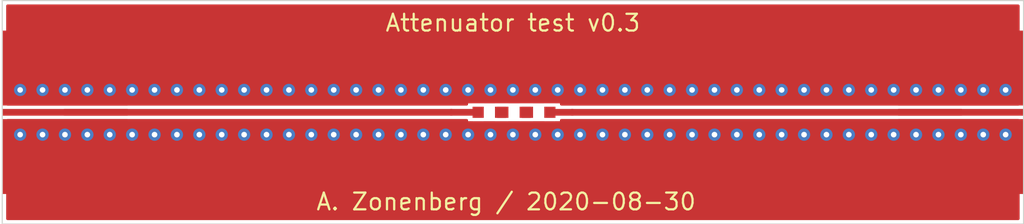
<source format=kicad_pcb>
(kicad_pcb (version 20171130) (host pcbnew "(5.1.4)")

  (general
    (thickness 1.6)
    (drawings 6)
    (tracks 186)
    (zones 0)
    (modules 5)
    (nets 6)
  )

  (page A4)
  (layers
    (0 F.Cu jumper)
    (1 In1.Cu signal)
    (2 In2.Cu signal)
    (31 B.Cu signal)
    (32 B.Adhes user)
    (33 F.Adhes user)
    (34 B.Paste user)
    (35 F.Paste user)
    (36 B.SilkS user)
    (37 F.SilkS user)
    (38 B.Mask user)
    (39 F.Mask user)
    (40 Dwgs.User user)
    (41 Cmts.User user)
    (42 Eco1.User user)
    (43 Eco2.User user)
    (44 Edge.Cuts user)
    (45 Margin user)
    (46 B.CrtYd user)
    (47 F.CrtYd user)
    (48 B.Fab user)
    (49 F.Fab user)
  )

  (setup
    (last_trace_width 0.3)
    (user_trace_width 0.3)
    (trace_clearance 0.15)
    (zone_clearance 0.15)
    (zone_45_only no)
    (trace_min 0.125)
    (via_size 0.55)
    (via_drill 0.25)
    (via_min_size 0.55)
    (via_min_drill 0.25)
    (user_via 0.55 0.25)
    (uvia_size 0.3)
    (uvia_drill 0.1)
    (uvias_allowed no)
    (uvia_min_size 0.2)
    (uvia_min_drill 0.1)
    (edge_width 0.05)
    (segment_width 0.2)
    (pcb_text_width 0.3)
    (pcb_text_size 1.5 1.5)
    (mod_edge_width 0.12)
    (mod_text_size 1 1)
    (mod_text_width 0.15)
    (pad_size 1.524 1.524)
    (pad_drill 0.762)
    (pad_to_mask_clearance 0.05)
    (solder_mask_min_width 0.05)
    (pad_to_paste_clearance_ratio -0.05)
    (aux_axis_origin 0 0)
    (visible_elements FFFFFF7F)
    (pcbplotparams
      (layerselection 0x010e8_ffffffff)
      (usegerberextensions false)
      (usegerberattributes false)
      (usegerberadvancedattributes false)
      (creategerberjobfile false)
      (excludeedgelayer true)
      (linewidth 0.100000)
      (plotframeref false)
      (viasonmask false)
      (mode 1)
      (useauxorigin false)
      (hpglpennumber 1)
      (hpglpenspeed 20)
      (hpglpendiameter 15.000000)
      (psnegative false)
      (psa4output false)
      (plotreference true)
      (plotvalue true)
      (plotinvisibletext false)
      (padsonsilk false)
      (subtractmaskfromsilk false)
      (outputformat 1)
      (mirror false)
      (drillshape 0)
      (scaleselection 1)
      (outputdirectory "output/"))
  )

  (net 0 "")
  (net 1 /GND)
  (net 2 /SIGNAL)
  (net 3 "Net-(J2-Pad1)")
  (net 4 "Net-(R4-Pad1)")
  (net 5 "Net-(R5-Pad1)")

  (net_class Default "This is the default net class."
    (clearance 0.15)
    (trace_width 0.3)
    (via_dia 0.55)
    (via_drill 0.25)
    (uvia_dia 0.3)
    (uvia_drill 0.1)
    (add_net /GND)
    (add_net /SIGNAL)
    (add_net "Net-(J2-Pad1)")
    (add_net "Net-(R4-Pad1)")
    (add_net "Net-(R5-Pad1)")
  )

  (module azonenberg_pcb:EIA_0402_RES_NOSILK_FLIPCHIP (layer F.Cu) (tedit 5F4B5CE7) (tstamp 5F2053EF)
    (at 131.15 80 180)
    (path /5F206D7B)
    (solder_paste_margin -0.06)
    (fp_text reference R6 (at 0 1.5) (layer F.SilkS) hide
      (effects (font (size 1 1) (thickness 0.15)))
    )
    (fp_text value 200 (at 0 3.5) (layer F.SilkS) hide
      (effects (font (size 1 1) (thickness 0.15)))
    )
    (pad 2 smd rect (at 0.5 0 180) (size 0.5 0.5) (layers F.Cu F.Paste F.Mask)
      (net 5 "Net-(R5-Pad1)"))
    (pad 1 smd rect (at -0.5 0 180) (size 0.5 0.5) (layers F.Cu F.Paste F.Mask)
      (net 3 "Net-(J2-Pad1)"))
    (model /nfs4/home/azonenberg/kicad-libs/3rdparty/walter/smd_resistors/r_0402.wrl
      (at (xyz 0 0 0))
      (scale (xyz 1 1 1))
      (rotate (xyz 0 0 0))
    )
  )

  (module azonenberg_pcb:EIA_0402_RES_NOSILK_FLIPCHIP (layer F.Cu) (tedit 5F4B5CE7) (tstamp 5F2053E9)
    (at 130.05 80 180)
    (path /5F20697E)
    (solder_paste_margin -0.06)
    (fp_text reference R5 (at 0 1.5) (layer F.SilkS) hide
      (effects (font (size 1 1) (thickness 0.15)))
    )
    (fp_text value 200 (at 0 3.5) (layer F.SilkS) hide
      (effects (font (size 1 1) (thickness 0.15)))
    )
    (pad 2 smd rect (at 0.5 0 180) (size 0.5 0.5) (layers F.Cu F.Paste F.Mask)
      (net 4 "Net-(R4-Pad1)"))
    (pad 1 smd rect (at -0.5 0 180) (size 0.5 0.5) (layers F.Cu F.Paste F.Mask)
      (net 5 "Net-(R5-Pad1)"))
    (model /nfs4/home/azonenberg/kicad-libs/3rdparty/walter/smd_resistors/r_0402.wrl
      (at (xyz 0 0 0))
      (scale (xyz 1 1 1))
      (rotate (xyz 0 0 0))
    )
  )

  (module azonenberg_pcb:EIA_0402_RES_NOSILK_FLIPCHIP (layer F.Cu) (tedit 5F4B5CE7) (tstamp 5F2053E3)
    (at 128.95 80 180)
    (path /5F2061D8)
    (solder_paste_margin -0.06)
    (fp_text reference R4 (at 0 1.5) (layer F.SilkS) hide
      (effects (font (size 1 1) (thickness 0.15)))
    )
    (fp_text value 50 (at 0 3.5) (layer F.SilkS) hide
      (effects (font (size 1 1) (thickness 0.15)))
    )
    (pad 2 smd rect (at 0.5 0 180) (size 0.5 0.5) (layers F.Cu F.Paste F.Mask)
      (net 2 /SIGNAL))
    (pad 1 smd rect (at -0.5 0 180) (size 0.5 0.5) (layers F.Cu F.Paste F.Mask)
      (net 4 "Net-(R4-Pad1)"))
    (model /nfs4/home/azonenberg/kicad-libs/3rdparty/walter/smd_resistors/r_0402.wrl
      (at (xyz 0 0 0))
      (scale (xyz 1 1 1))
      (rotate (xyz 0 0 0))
    )
  )

  (module azonenberg_pcb:CONN_SMA_EDGE_AMPHENOL_901_10511_3 (layer F.Cu) (tedit 5EC13C71) (tstamp 5EAC30EC)
    (at 150 80 180)
    (path /5EAC10CB)
    (fp_text reference J2 (at 0 6.1) (layer F.SilkS) hide
      (effects (font (size 1 1) (thickness 0.15)))
    )
    (fp_text value Conn_Coaxial (at 0 7.5) (layer F.Fab) hide
      (effects (font (size 1 1) (thickness 0.15)))
    )
    (fp_line (start -2.8 -3.65) (end -2.8 3.65) (layer Dwgs.User) (width 0.05))
    (pad ~ smd rect (at -2.05 0 180) (size 1.5 0.3) (layers F.Paste))
    (pad 2 smd rect (at 0 1.98 180) (size 5.6 3.35) (layers F.Cu F.Paste F.Mask)
      (net 1 /GND))
    (pad 2 smd rect (at 0 -1.98 180) (size 5.6 3.35) (layers F.Cu F.Paste F.Mask)
      (net 1 /GND))
    (pad 1 smd rect (at 0 0 180) (size 5.6 0.3) (layers F.Cu F.Mask)
      (net 3 "Net-(J2-Pad1)"))
    (model :datasheets:Amphenol/SMA/901-10511-3.step
      (offset (xyz -12 0 0))
      (scale (xyz 1 1 1))
      (rotate (xyz 90 0 0))
    )
  )

  (module azonenberg_pcb:CONN_SMA_EDGE_AMPHENOL_901_10511_3 (layer F.Cu) (tedit 5EC13C71) (tstamp 5EAC30E3)
    (at 110 80)
    (path /5EAC16CE)
    (fp_text reference J1 (at 0 6.1) (layer F.SilkS) hide
      (effects (font (size 1 1) (thickness 0.15)))
    )
    (fp_text value Conn_Coaxial (at 0 7.5) (layer F.Fab) hide
      (effects (font (size 1 1) (thickness 0.15)))
    )
    (fp_line (start -2.8 -3.65) (end -2.8 3.65) (layer Dwgs.User) (width 0.05))
    (pad ~ smd rect (at -2.05 0) (size 1.5 0.3) (layers F.Paste))
    (pad 2 smd rect (at 0 1.98) (size 5.6 3.35) (layers F.Cu F.Paste F.Mask)
      (net 1 /GND))
    (pad 2 smd rect (at 0 -1.98) (size 5.6 3.35) (layers F.Cu F.Paste F.Mask)
      (net 1 /GND))
    (pad 1 smd rect (at 0 0) (size 5.6 0.3) (layers F.Cu F.Mask)
      (net 2 /SIGNAL))
    (model :datasheets:Amphenol/SMA/901-10511-3.step
      (offset (xyz -12 0 0))
      (scale (xyz 1 1 1))
      (rotate (xyz 90 0 0))
    )
  )

  (gr_text "A. Zonenberg / 2020-08-30" (at 129.7 84) (layer F.SilkS) (tstamp 5F38E660)
    (effects (font (size 0.75 0.75) (thickness 0.1)))
  )
  (gr_text "Attenuator test v0.3" (at 130 76) (layer F.SilkS)
    (effects (font (size 0.75 0.75) (thickness 0.1)))
  )
  (gr_line (start 152.8 75) (end 107.2 75) (layer Edge.Cuts) (width 0.05) (tstamp 5EAC340D))
  (gr_line (start 152.8 85) (end 152.8 75) (layer Edge.Cuts) (width 0.05))
  (gr_line (start 107.2 85) (end 152.8 85) (layer Edge.Cuts) (width 0.05))
  (gr_line (start 107.2 75) (end 107.2 85) (layer Edge.Cuts) (width 0.05))

  (via (at 114 79) (size 0.55) (drill 0.25) (layers F.Cu B.Cu) (net 1))
  (segment (start 114 79) (end 115 79) (width 0.41) (layer In1.Cu) (net 1))
  (via (at 116 79) (size 0.55) (drill 0.25) (layers F.Cu B.Cu) (net 1))
  (segment (start 115 79) (end 116 79) (width 0.41) (layer In1.Cu) (net 1))
  (segment (start 116 79) (end 115 79) (width 0.41) (layer F.Cu) (net 1))
  (via (at 115 79) (size 0.55) (drill 0.25) (layers F.Cu B.Cu) (net 1))
  (via (at 117 79) (size 0.55) (drill 0.25) (layers F.Cu B.Cu) (net 1))
  (segment (start 116 79) (end 117 79) (width 0.41) (layer F.Cu) (net 1))
  (via (at 118 79) (size 0.55) (drill 0.25) (layers F.Cu B.Cu) (net 1))
  (segment (start 117 79) (end 118 79) (width 0.41) (layer In1.Cu) (net 1))
  (via (at 119 79) (size 0.55) (drill 0.25) (layers F.Cu B.Cu) (net 1))
  (segment (start 118 79) (end 119 79) (width 0.41) (layer F.Cu) (net 1))
  (via (at 120 79) (size 0.55) (drill 0.25) (layers F.Cu B.Cu) (net 1))
  (segment (start 119 79) (end 120 79) (width 0.41) (layer In1.Cu) (net 1))
  (via (at 121 79) (size 0.55) (drill 0.25) (layers F.Cu B.Cu) (net 1))
  (segment (start 120 79) (end 121 79) (width 0.41) (layer F.Cu) (net 1))
  (via (at 122 79) (size 0.55) (drill 0.25) (layers F.Cu B.Cu) (net 1))
  (segment (start 121 79) (end 122 79) (width 0.41) (layer In1.Cu) (net 1))
  (via (at 123 79) (size 0.55) (drill 0.25) (layers F.Cu B.Cu) (net 1))
  (segment (start 122 79) (end 123 79) (width 0.41) (layer F.Cu) (net 1))
  (via (at 124 79) (size 0.55) (drill 0.25) (layers F.Cu B.Cu) (net 1))
  (segment (start 123 79) (end 124 79) (width 0.41) (layer In1.Cu) (net 1))
  (via (at 114 81) (size 0.55) (drill 0.25) (layers F.Cu B.Cu) (net 1))
  (via (at 125 79) (size 0.55) (drill 0.25) (layers F.Cu B.Cu) (net 1))
  (segment (start 124 79) (end 125 79) (width 0.41) (layer F.Cu) (net 1))
  (via (at 126 79) (size 0.55) (drill 0.25) (layers F.Cu B.Cu) (net 1))
  (segment (start 125 79) (end 126 79) (width 0.41) (layer In1.Cu) (net 1))
  (via (at 127 79) (size 0.55) (drill 0.25) (layers F.Cu B.Cu) (net 1))
  (segment (start 126 79) (end 127 79) (width 0.41) (layer F.Cu) (net 1))
  (via (at 128 79) (size 0.55) (drill 0.25) (layers F.Cu B.Cu) (net 1))
  (segment (start 127 79) (end 128 79) (width 0.41) (layer In1.Cu) (net 1))
  (via (at 129 79) (size 0.55) (drill 0.25) (layers F.Cu B.Cu) (net 1))
  (segment (start 128 79) (end 129 79) (width 0.41) (layer F.Cu) (net 1))
  (via (at 130 79) (size 0.55) (drill 0.25) (layers F.Cu B.Cu) (net 1))
  (segment (start 129 79) (end 130 79) (width 0.41) (layer In1.Cu) (net 1))
  (via (at 131 79) (size 0.55) (drill 0.25) (layers F.Cu B.Cu) (net 1))
  (segment (start 130 79) (end 131 79) (width 0.41) (layer F.Cu) (net 1))
  (via (at 132 79) (size 0.55) (drill 0.25) (layers F.Cu B.Cu) (net 1))
  (segment (start 131 79) (end 132 79) (width 0.41) (layer In1.Cu) (net 1))
  (via (at 133 79) (size 0.55) (drill 0.25) (layers F.Cu B.Cu) (net 1))
  (segment (start 132 79) (end 133 79) (width 0.41) (layer F.Cu) (net 1))
  (via (at 134 79) (size 0.55) (drill 0.25) (layers F.Cu B.Cu) (net 1))
  (segment (start 133 79) (end 134 79) (width 0.41) (layer In1.Cu) (net 1))
  (via (at 135 79) (size 0.55) (drill 0.25) (layers F.Cu B.Cu) (net 1))
  (segment (start 134 79) (end 135 79) (width 0.41) (layer F.Cu) (net 1))
  (via (at 136 79) (size 0.55) (drill 0.25) (layers F.Cu B.Cu) (net 1))
  (segment (start 135 79) (end 136 79) (width 0.41) (layer In1.Cu) (net 1))
  (via (at 137 79) (size 0.55) (drill 0.25) (layers F.Cu B.Cu) (net 1))
  (segment (start 136 79) (end 137 79) (width 0.41) (layer F.Cu) (net 1))
  (via (at 138 79) (size 0.55) (drill 0.25) (layers F.Cu B.Cu) (net 1))
  (segment (start 137 79) (end 138 79) (width 0.41) (layer In1.Cu) (net 1))
  (via (at 139 79) (size 0.55) (drill 0.25) (layers F.Cu B.Cu) (net 1))
  (segment (start 138 79) (end 139 79) (width 0.41) (layer F.Cu) (net 1))
  (via (at 141 79) (size 0.55) (drill 0.25) (layers F.Cu B.Cu) (net 1))
  (via (at 140 79) (size 0.55) (drill 0.25) (layers F.Cu B.Cu) (net 1))
  (segment (start 141 79) (end 140 79) (width 0.41) (layer F.Cu) (net 1))
  (segment (start 139 79) (end 140 79) (width 0.41) (layer In1.Cu) (net 1))
  (segment (start 140 79) (end 141 79) (width 0.41) (layer In1.Cu) (net 1))
  (via (at 142 79) (size 0.55) (drill 0.25) (layers F.Cu B.Cu) (net 1))
  (segment (start 141 79) (end 142 79) (width 0.41) (layer F.Cu) (net 1))
  (via (at 143 79) (size 0.55) (drill 0.25) (layers F.Cu B.Cu) (net 1))
  (segment (start 142 79) (end 143 79) (width 0.41) (layer In1.Cu) (net 1))
  (via (at 144 79) (size 0.55) (drill 0.25) (layers F.Cu B.Cu) (net 1))
  (segment (start 143 79) (end 144 79) (width 0.41) (layer F.Cu) (net 1))
  (via (at 145 79) (size 0.55) (drill 0.25) (layers F.Cu B.Cu) (net 1))
  (segment (start 144 79) (end 145 79) (width 0.41) (layer In1.Cu) (net 1))
  (via (at 146 79) (size 0.55) (drill 0.25) (layers F.Cu B.Cu) (net 1))
  (segment (start 145 79) (end 146 79) (width 0.41) (layer F.Cu) (net 1))
  (segment (start 114 79) (end 114 81) (width 0.41) (layer In1.Cu) (net 1))
  (via (at 115 81) (size 0.55) (drill 0.25) (layers F.Cu B.Cu) (net 1))
  (segment (start 114 81) (end 115 81) (width 0.41) (layer In1.Cu) (net 1))
  (via (at 116 81) (size 0.55) (drill 0.25) (layers F.Cu B.Cu) (net 1))
  (segment (start 117 81) (end 116 81) (width 0.41) (layer F.Cu) (net 1))
  (segment (start 115 81) (end 116 81) (width 0.41) (layer F.Cu) (net 1))
  (via (at 117 81) (size 0.55) (drill 0.25) (layers F.Cu B.Cu) (net 1))
  (via (at 118 81) (size 0.55) (drill 0.25) (layers F.Cu B.Cu) (net 1))
  (segment (start 117 81) (end 118 81) (width 0.41) (layer F.Cu) (net 1))
  (via (at 119 81) (size 0.55) (drill 0.25) (layers F.Cu B.Cu) (net 1))
  (segment (start 118 81) (end 119 81) (width 0.41) (layer In1.Cu) (net 1))
  (via (at 120 81) (size 0.55) (drill 0.25) (layers F.Cu B.Cu) (net 1))
  (segment (start 119 81) (end 120 81) (width 0.41) (layer F.Cu) (net 1))
  (via (at 121 81) (size 0.55) (drill 0.25) (layers F.Cu B.Cu) (net 1))
  (segment (start 120 81) (end 121 81) (width 0.41) (layer In1.Cu) (net 1))
  (via (at 122 81) (size 0.55) (drill 0.25) (layers F.Cu B.Cu) (net 1))
  (segment (start 121 81) (end 122 81) (width 0.41) (layer F.Cu) (net 1))
  (via (at 123 81) (size 0.55) (drill 0.25) (layers F.Cu B.Cu) (net 1))
  (segment (start 122 81) (end 123 81) (width 0.41) (layer In1.Cu) (net 1))
  (via (at 124 81) (size 0.55) (drill 0.25) (layers F.Cu B.Cu) (net 1))
  (segment (start 123 81) (end 124 81) (width 0.41) (layer F.Cu) (net 1))
  (via (at 125 81) (size 0.55) (drill 0.25) (layers F.Cu B.Cu) (net 1))
  (segment (start 124 81) (end 125 81) (width 0.41) (layer In1.Cu) (net 1))
  (via (at 126 81) (size 0.55) (drill 0.25) (layers F.Cu B.Cu) (net 1))
  (segment (start 125 81) (end 126 81) (width 0.41) (layer F.Cu) (net 1))
  (via (at 127 81) (size 0.55) (drill 0.25) (layers F.Cu B.Cu) (net 1))
  (segment (start 126 81) (end 127 81) (width 0.41) (layer In1.Cu) (net 1))
  (via (at 128 81) (size 0.55) (drill 0.25) (layers F.Cu B.Cu) (net 1))
  (segment (start 127 81) (end 128 81) (width 0.41) (layer F.Cu) (net 1))
  (via (at 129 81) (size 0.55) (drill 0.25) (layers F.Cu B.Cu) (net 1))
  (segment (start 128 81) (end 129 81) (width 0.41) (layer In1.Cu) (net 1))
  (via (at 130 81) (size 0.55) (drill 0.25) (layers F.Cu B.Cu) (net 1))
  (segment (start 129 81) (end 130 81) (width 0.41) (layer F.Cu) (net 1))
  (via (at 131 81) (size 0.55) (drill 0.25) (layers F.Cu B.Cu) (net 1))
  (segment (start 130 81) (end 131 81) (width 0.41) (layer In1.Cu) (net 1))
  (via (at 132 81) (size 0.55) (drill 0.25) (layers F.Cu B.Cu) (net 1))
  (segment (start 131 81) (end 132 81) (width 0.41) (layer F.Cu) (net 1))
  (via (at 133 81) (size 0.55) (drill 0.25) (layers F.Cu B.Cu) (net 1))
  (segment (start 132 81) (end 133 81) (width 0.41) (layer In1.Cu) (net 1))
  (via (at 134 81) (size 0.55) (drill 0.25) (layers F.Cu B.Cu) (net 1))
  (segment (start 133 81) (end 134 81) (width 0.41) (layer F.Cu) (net 1))
  (via (at 135 81) (size 0.55) (drill 0.25) (layers F.Cu B.Cu) (net 1))
  (segment (start 134 81) (end 135 81) (width 0.41) (layer In1.Cu) (net 1))
  (via (at 136 81) (size 0.55) (drill 0.25) (layers F.Cu B.Cu) (net 1))
  (segment (start 135 81) (end 136 81) (width 0.41) (layer F.Cu) (net 1))
  (via (at 137 81) (size 0.55) (drill 0.25) (layers F.Cu B.Cu) (net 1))
  (segment (start 136 81) (end 137 81) (width 0.41) (layer In1.Cu) (net 1))
  (via (at 138 81) (size 0.55) (drill 0.25) (layers F.Cu B.Cu) (net 1))
  (segment (start 137 81) (end 138 81) (width 0.41) (layer F.Cu) (net 1))
  (via (at 139 81) (size 0.55) (drill 0.25) (layers F.Cu B.Cu) (net 1))
  (segment (start 138 81) (end 139 81) (width 0.41) (layer In1.Cu) (net 1))
  (via (at 140 81) (size 0.55) (drill 0.25) (layers F.Cu B.Cu) (net 1))
  (segment (start 139 81) (end 140 81) (width 0.41) (layer F.Cu) (net 1))
  (via (at 141 81) (size 0.55) (drill 0.25) (layers F.Cu B.Cu) (net 1))
  (segment (start 140 81) (end 141 81) (width 0.41) (layer In1.Cu) (net 1))
  (via (at 142 81) (size 0.55) (drill 0.25) (layers F.Cu B.Cu) (net 1))
  (segment (start 141 81) (end 142 81) (width 0.41) (layer F.Cu) (net 1))
  (via (at 143 81) (size 0.55) (drill 0.25) (layers F.Cu B.Cu) (net 1))
  (segment (start 142 81) (end 143 81) (width 0.41) (layer In1.Cu) (net 1))
  (via (at 144 81) (size 0.55) (drill 0.25) (layers F.Cu B.Cu) (net 1))
  (segment (start 143 81) (end 144 81) (width 0.41) (layer F.Cu) (net 1))
  (via (at 145 81) (size 0.55) (drill 0.25) (layers F.Cu B.Cu) (net 1))
  (segment (start 144 81) (end 145 81) (width 0.41) (layer In1.Cu) (net 1))
  (via (at 146 81) (size 0.55) (drill 0.25) (layers F.Cu B.Cu) (net 1))
  (segment (start 145 81) (end 146 81) (width 0.41) (layer F.Cu) (net 1))
  (segment (start 149.97 82) (end 150 82.03) (width 0.41) (layer F.Cu) (net 1) (status 30))
  (via (at 113 79) (size 0.55) (drill 0.25) (layers F.Cu B.Cu) (net 1))
  (segment (start 114 79) (end 113 79) (width 0.3) (layer In1.Cu) (net 1))
  (via (at 112 79) (size 0.55) (drill 0.25) (layers F.Cu B.Cu) (net 1) (status 30))
  (segment (start 113 79) (end 112 79) (width 0.3) (layer F.Cu) (net 1) (status 20))
  (via (at 111 79) (size 0.55) (drill 0.25) (layers F.Cu B.Cu) (net 1) (status 30))
  (segment (start 112 79) (end 111 79) (width 0.3) (layer In1.Cu) (net 1))
  (via (at 110 79) (size 0.55) (drill 0.25) (layers F.Cu B.Cu) (net 1) (status 30))
  (segment (start 111 79) (end 110 79) (width 0.3) (layer F.Cu) (net 1) (status 30))
  (via (at 109 79) (size 0.55) (drill 0.25) (layers F.Cu B.Cu) (net 1) (status 30))
  (segment (start 110 79) (end 109 79) (width 0.3) (layer In1.Cu) (net 1))
  (via (at 108 79) (size 0.55) (drill 0.25) (layers F.Cu B.Cu) (net 1) (status 30))
  (segment (start 109 79) (end 108 79) (width 0.3) (layer F.Cu) (net 1) (status 30))
  (via (at 113 81) (size 0.55) (drill 0.25) (layers F.Cu B.Cu) (net 1))
  (segment (start 114 81) (end 113 81) (width 0.3) (layer In1.Cu) (net 1))
  (via (at 112 81) (size 0.55) (drill 0.25) (layers F.Cu B.Cu) (net 1) (status 30))
  (segment (start 113 81) (end 112 81) (width 0.3) (layer F.Cu) (net 1) (status 20))
  (via (at 111 81) (size 0.55) (drill 0.25) (layers F.Cu B.Cu) (net 1) (status 30))
  (segment (start 112 81) (end 111 81) (width 0.3) (layer In1.Cu) (net 1))
  (via (at 110 81) (size 0.55) (drill 0.25) (layers F.Cu B.Cu) (net 1) (status 30))
  (segment (start 111 81) (end 110 81) (width 0.3) (layer F.Cu) (net 1) (status 30))
  (via (at 109 81) (size 0.55) (drill 0.25) (layers F.Cu B.Cu) (net 1) (status 30))
  (segment (start 110 81) (end 109 81) (width 0.3) (layer In1.Cu) (net 1))
  (via (at 108 81) (size 0.55) (drill 0.25) (layers F.Cu B.Cu) (net 1) (status 30))
  (segment (start 109 81) (end 108 81) (width 0.3) (layer F.Cu) (net 1) (status 30))
  (via (at 147 79) (size 0.55) (drill 0.25) (layers F.Cu B.Cu) (net 1))
  (segment (start 146 79) (end 147 79) (width 0.3) (layer In1.Cu) (net 1))
  (via (at 148 79) (size 0.55) (drill 0.25) (layers F.Cu B.Cu) (net 1) (status 30))
  (segment (start 147 79) (end 148 79) (width 0.3) (layer F.Cu) (net 1) (status 20))
  (via (at 149 79) (size 0.55) (drill 0.25) (layers F.Cu B.Cu) (net 1) (status 30))
  (segment (start 148 79) (end 149 79) (width 0.3) (layer In1.Cu) (net 1))
  (via (at 150 79) (size 0.55) (drill 0.25) (layers F.Cu B.Cu) (net 1) (status 30))
  (segment (start 149 79) (end 150 79) (width 0.3) (layer F.Cu) (net 1) (status 30))
  (via (at 151 79) (size 0.55) (drill 0.25) (layers F.Cu B.Cu) (net 1) (status 30))
  (segment (start 150 79) (end 151 79) (width 0.3) (layer In1.Cu) (net 1))
  (via (at 152 79) (size 0.55) (drill 0.25) (layers F.Cu B.Cu) (net 1) (status 30))
  (segment (start 151 79) (end 152 79) (width 0.3) (layer F.Cu) (net 1) (status 30))
  (via (at 147 81) (size 0.55) (drill 0.25) (layers F.Cu B.Cu) (net 1))
  (segment (start 146 81) (end 147 81) (width 0.3) (layer In1.Cu) (net 1))
  (via (at 148 81) (size 0.55) (drill 0.25) (layers F.Cu B.Cu) (net 1) (status 30))
  (segment (start 147 81) (end 148 81) (width 0.3) (layer F.Cu) (net 1) (status 20))
  (via (at 149 81) (size 0.55) (drill 0.25) (layers F.Cu B.Cu) (net 1) (status 30))
  (segment (start 148 81) (end 149 81) (width 0.3) (layer In1.Cu) (net 1))
  (via (at 150 81) (size 0.55) (drill 0.25) (layers F.Cu B.Cu) (net 1) (status 30))
  (segment (start 149 81) (end 150 81) (width 0.3) (layer F.Cu) (net 1) (status 30))
  (via (at 151 81) (size 0.55) (drill 0.25) (layers F.Cu B.Cu) (net 1) (status 30))
  (segment (start 150 81) (end 151 81) (width 0.3) (layer In1.Cu) (net 1))
  (via (at 152 81) (size 0.55) (drill 0.25) (layers F.Cu B.Cu) (net 1) (status 30))
  (segment (start 151 81) (end 152 81) (width 0.3) (layer F.Cu) (net 1) (status 30))
  (segment (start 127.25 80) (end 110 80) (width 0.3) (layer F.Cu) (net 2))
  (segment (start 128.45 80) (end 127.25 80) (width 0.3) (layer F.Cu) (net 2))
  (segment (start 132.65 80) (end 150 80) (width 0.3) (layer F.Cu) (net 3))
  (segment (start 131.65 80) (end 132.65 80) (width 0.3) (layer F.Cu) (net 3))

  (zone (net 1) (net_name /GND) (layer In1.Cu) (tstamp 5F4B6DA1) (hatch edge 0.508)
    (connect_pads yes (clearance 0.2))
    (min_thickness 0.125)
    (fill yes (arc_segments 32) (thermal_gap 0.125) (thermal_bridge_width 0.15))
    (polygon
      (pts
        (xy 107.2 75) (xy 107.2 85) (xy 152.8 85) (xy 152.8 75)
      )
    )
    (filled_polygon
      (pts
        (xy 152.5125 84.7125) (xy 107.4875 84.7125) (xy 107.4875 75.2875) (xy 152.512501 75.2875)
      )
    )
  )
  (zone (net 1) (net_name /GND) (layer F.Cu) (tstamp 5F4B6D9E) (hatch edge 0.508)
    (connect_pads yes (clearance 0.15))
    (min_thickness 0.125)
    (fill yes (arc_segments 32) (thermal_gap 0.125) (thermal_bridge_width 0.15))
    (polygon
      (pts
        (xy 152.7 85) (xy 107.1 85) (xy 107.1 75) (xy 152.7 75)
      )
    )
    (polygon
      (pts
        (xy 128 79.6) (xy 128 80.4) (xy 132.1 80.4) (xy 132.1 79.6)
      )
    )
    (filled_polygon
      (pts
        (xy 127.9375 80.4) (xy 127.938701 80.412193) (xy 127.942258 80.423918) (xy 127.948033 80.434723) (xy 127.955806 80.444194)
        (xy 127.965277 80.451967) (xy 127.976082 80.457742) (xy 127.987807 80.461299) (xy 128 80.4625) (xy 128.189563 80.4625)
        (xy 128.2 80.463528) (xy 128.7 80.463528) (xy 128.710437 80.4625) (xy 129.189563 80.4625) (xy 129.2 80.463528)
        (xy 129.8 80.463528) (xy 129.810437 80.4625) (xy 130.289563 80.4625) (xy 130.3 80.463528) (xy 130.9 80.463528)
        (xy 130.910437 80.4625) (xy 131.389563 80.4625) (xy 131.4 80.463528) (xy 131.9 80.463528) (xy 131.910437 80.4625)
        (xy 132.1 80.4625) (xy 132.112193 80.461299) (xy 132.123918 80.457742) (xy 132.134723 80.451967) (xy 132.144194 80.444194)
        (xy 132.151967 80.434723) (xy 132.157742 80.423918) (xy 132.161299 80.412193) (xy 132.1625 80.4) (xy 132.1625 80.3625)
        (xy 147.189563 80.3625) (xy 147.2 80.363528) (xy 152.5625 80.363528) (xy 152.5625 84.7625) (xy 107.4375 84.7625)
        (xy 107.4375 80.363528) (xy 112.8 80.363528) (xy 112.810437 80.3625) (xy 127.9375 80.3625)
      )
    )
    (filled_polygon
      (pts
        (xy 152.562501 79.636472) (xy 147.2 79.636472) (xy 147.189563 79.6375) (xy 132.1625 79.6375) (xy 132.1625 79.6)
        (xy 132.161299 79.587807) (xy 132.157742 79.576082) (xy 132.151967 79.565277) (xy 132.144194 79.555806) (xy 132.134723 79.548033)
        (xy 132.123918 79.542258) (xy 132.112193 79.538701) (xy 132.1 79.5375) (xy 131.910437 79.5375) (xy 131.9 79.536472)
        (xy 131.4 79.536472) (xy 131.389563 79.5375) (xy 130.910437 79.5375) (xy 130.9 79.536472) (xy 130.3 79.536472)
        (xy 130.289563 79.5375) (xy 129.810437 79.5375) (xy 129.8 79.536472) (xy 129.2 79.536472) (xy 129.189563 79.5375)
        (xy 128.710437 79.5375) (xy 128.7 79.536472) (xy 128.2 79.536472) (xy 128.189563 79.5375) (xy 128 79.5375)
        (xy 127.987807 79.538701) (xy 127.976082 79.542258) (xy 127.965277 79.548033) (xy 127.955806 79.555806) (xy 127.948033 79.565277)
        (xy 127.942258 79.576082) (xy 127.938701 79.587807) (xy 127.9375 79.6) (xy 127.9375 79.6375) (xy 112.810437 79.6375)
        (xy 112.8 79.636472) (xy 107.4375 79.636472) (xy 107.4375 75.2375) (xy 152.562501 75.2375)
      )
    )
  )
  (zone (net 0) (net_name "") (layer F.Mask) (tstamp 5F4B6D9B) (hatch edge 0.508)
    (connect_pads (clearance 0.508))
    (min_thickness 0.254)
    (fill yes (arc_segments 32) (thermal_gap 0.508) (thermal_bridge_width 0.508))
    (polygon
      (pts
        (xy 152.75 82.5) (xy 107.25 82.5) (xy 107.25 77.5) (xy 152.75 77.5)
      )
    )
    (polygon
      (pts
        (xy 127.7 79.5) (xy 127.7 80.5) (xy 127.9 80.5) (xy 127.9 79.5)
      )
    )
    (polygon
      (pts
        (xy 132.2 79.5) (xy 132.2 80.5) (xy 132.4 80.5) (xy 132.4 79.5)
      )
    )
    (polygon
      (pts
        (xy 113.1 79.5) (xy 113.1 80.5) (xy 113.3 80.5) (xy 113.3 79.5)
      )
    )
    (polygon
      (pts
        (xy 146.7 79.5) (xy 146.7 80.5) (xy 146.9 80.5) (xy 146.9 79.5)
      )
    )
    (filled_polygon
      (pts
        (xy 152.623 82.373) (xy 107.377 82.373) (xy 107.377 79.5) (xy 112.973 79.5) (xy 112.973 80.5)
        (xy 112.97544 80.524776) (xy 112.982667 80.548601) (xy 112.994403 80.570557) (xy 113.010197 80.589803) (xy 113.029443 80.605597)
        (xy 113.051399 80.617333) (xy 113.075224 80.62456) (xy 113.1 80.627) (xy 113.3 80.627) (xy 113.324776 80.62456)
        (xy 113.348601 80.617333) (xy 113.370557 80.605597) (xy 113.389803 80.589803) (xy 113.405597 80.570557) (xy 113.417333 80.548601)
        (xy 113.42456 80.524776) (xy 113.427 80.5) (xy 113.427 79.5) (xy 127.573 79.5) (xy 127.573 80.5)
        (xy 127.57544 80.524776) (xy 127.582667 80.548601) (xy 127.594403 80.570557) (xy 127.610197 80.589803) (xy 127.629443 80.605597)
        (xy 127.651399 80.617333) (xy 127.675224 80.62456) (xy 127.7 80.627) (xy 127.9 80.627) (xy 127.924776 80.62456)
        (xy 127.948601 80.617333) (xy 127.970557 80.605597) (xy 127.989803 80.589803) (xy 128.005597 80.570557) (xy 128.017333 80.548601)
        (xy 128.02456 80.524776) (xy 128.027 80.5) (xy 128.027 79.5) (xy 132.073 79.5) (xy 132.073 80.5)
        (xy 132.07544 80.524776) (xy 132.082667 80.548601) (xy 132.094403 80.570557) (xy 132.110197 80.589803) (xy 132.129443 80.605597)
        (xy 132.151399 80.617333) (xy 132.175224 80.62456) (xy 132.2 80.627) (xy 132.4 80.627) (xy 132.424776 80.62456)
        (xy 132.448601 80.617333) (xy 132.470557 80.605597) (xy 132.489803 80.589803) (xy 132.505597 80.570557) (xy 132.517333 80.548601)
        (xy 132.52456 80.524776) (xy 132.527 80.5) (xy 132.527 79.5) (xy 146.573 79.5) (xy 146.573 80.5)
        (xy 146.57544 80.524776) (xy 146.582667 80.548601) (xy 146.594403 80.570557) (xy 146.610197 80.589803) (xy 146.629443 80.605597)
        (xy 146.651399 80.617333) (xy 146.675224 80.62456) (xy 146.7 80.627) (xy 146.9 80.627) (xy 146.924776 80.62456)
        (xy 146.948601 80.617333) (xy 146.970557 80.605597) (xy 146.989803 80.589803) (xy 147.005597 80.570557) (xy 147.017333 80.548601)
        (xy 147.02456 80.524776) (xy 147.027 80.5) (xy 147.027 79.5) (xy 147.02456 79.475224) (xy 147.017333 79.451399)
        (xy 147.005597 79.429443) (xy 146.989803 79.410197) (xy 146.970557 79.394403) (xy 146.948601 79.382667) (xy 146.924776 79.37544)
        (xy 146.9 79.373) (xy 146.7 79.373) (xy 146.675224 79.37544) (xy 146.651399 79.382667) (xy 146.629443 79.394403)
        (xy 146.610197 79.410197) (xy 146.594403 79.429443) (xy 146.582667 79.451399) (xy 146.57544 79.475224) (xy 146.573 79.5)
        (xy 132.527 79.5) (xy 132.52456 79.475224) (xy 132.517333 79.451399) (xy 132.505597 79.429443) (xy 132.489803 79.410197)
        (xy 132.470557 79.394403) (xy 132.448601 79.382667) (xy 132.424776 79.37544) (xy 132.4 79.373) (xy 132.2 79.373)
        (xy 132.175224 79.37544) (xy 132.151399 79.382667) (xy 132.129443 79.394403) (xy 132.110197 79.410197) (xy 132.094403 79.429443)
        (xy 132.082667 79.451399) (xy 132.07544 79.475224) (xy 132.073 79.5) (xy 128.027 79.5) (xy 128.02456 79.475224)
        (xy 128.017333 79.451399) (xy 128.005597 79.429443) (xy 127.989803 79.410197) (xy 127.970557 79.394403) (xy 127.948601 79.382667)
        (xy 127.924776 79.37544) (xy 127.9 79.373) (xy 127.7 79.373) (xy 127.675224 79.37544) (xy 127.651399 79.382667)
        (xy 127.629443 79.394403) (xy 127.610197 79.410197) (xy 127.594403 79.429443) (xy 127.582667 79.451399) (xy 127.57544 79.475224)
        (xy 127.573 79.5) (xy 113.427 79.5) (xy 113.42456 79.475224) (xy 113.417333 79.451399) (xy 113.405597 79.429443)
        (xy 113.389803 79.410197) (xy 113.370557 79.394403) (xy 113.348601 79.382667) (xy 113.324776 79.37544) (xy 113.3 79.373)
        (xy 113.1 79.373) (xy 113.075224 79.37544) (xy 113.051399 79.382667) (xy 113.029443 79.394403) (xy 113.010197 79.410197)
        (xy 112.994403 79.429443) (xy 112.982667 79.451399) (xy 112.97544 79.475224) (xy 112.973 79.5) (xy 107.377 79.5)
        (xy 107.377 77.627) (xy 152.623 77.627)
      )
    )
  )
)

</source>
